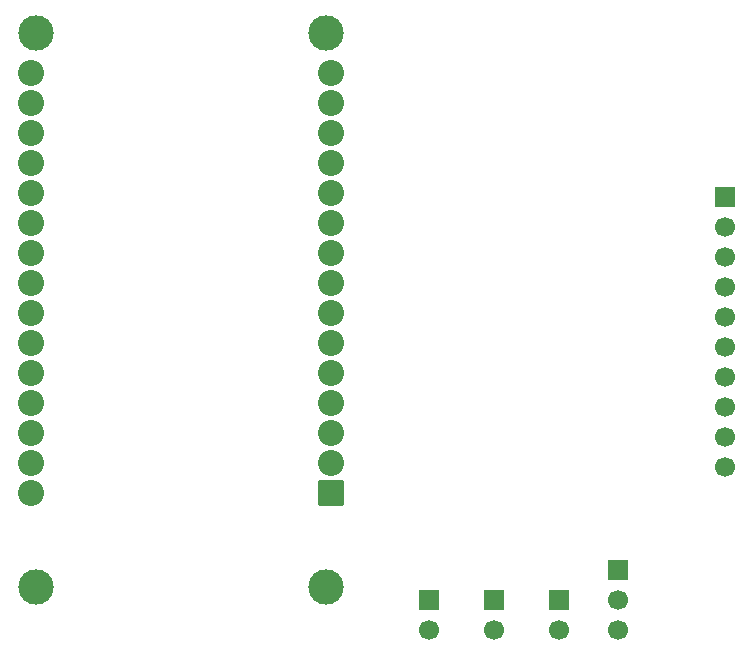
<source format=gbr>
%TF.GenerationSoftware,KiCad,Pcbnew,9.0.1*%
%TF.CreationDate,2025-04-15T18:06:31+09:00*%
%TF.ProjectId,drone,64726f6e-652e-46b6-9963-61645f706362,rev?*%
%TF.SameCoordinates,Original*%
%TF.FileFunction,Soldermask,Bot*%
%TF.FilePolarity,Negative*%
%FSLAX46Y46*%
G04 Gerber Fmt 4.6, Leading zero omitted, Abs format (unit mm)*
G04 Created by KiCad (PCBNEW 9.0.1) date 2025-04-15 18:06:31*
%MOMM*%
%LPD*%
G01*
G04 APERTURE LIST*
G04 Aperture macros list*
%AMRoundRect*
0 Rectangle with rounded corners*
0 $1 Rounding radius*
0 $2 $3 $4 $5 $6 $7 $8 $9 X,Y pos of 4 corners*
0 Add a 4 corners polygon primitive as box body*
4,1,4,$2,$3,$4,$5,$6,$7,$8,$9,$2,$3,0*
0 Add four circle primitives for the rounded corners*
1,1,$1+$1,$2,$3*
1,1,$1+$1,$4,$5*
1,1,$1+$1,$6,$7*
1,1,$1+$1,$8,$9*
0 Add four rect primitives between the rounded corners*
20,1,$1+$1,$2,$3,$4,$5,0*
20,1,$1+$1,$4,$5,$6,$7,0*
20,1,$1+$1,$6,$7,$8,$9,0*
20,1,$1+$1,$8,$9,$2,$3,0*%
G04 Aperture macros list end*
%ADD10R,1.700000X1.700000*%
%ADD11C,1.700000*%
%ADD12C,3.000000*%
%ADD13RoundRect,0.102000X1.000000X1.000000X-1.000000X1.000000X-1.000000X-1.000000X1.000000X-1.000000X0*%
%ADD14C,2.204000*%
G04 APERTURE END LIST*
D10*
%TO.C,U1*%
X174500000Y-65840000D03*
D11*
X174500000Y-68380000D03*
X174500000Y-70920000D03*
X174500000Y-73460000D03*
X174500000Y-76000000D03*
X174500000Y-78540000D03*
X174500000Y-81080000D03*
X174500000Y-83620000D03*
X174500000Y-86160000D03*
X174500000Y-88700000D03*
%TD*%
D10*
%TO.C,ESC4*%
X165500000Y-97460000D03*
D11*
X165500000Y-100000000D03*
X165500000Y-102540000D03*
%TD*%
D10*
%TO.C,ESC1*%
X149500000Y-99960000D03*
D11*
X149500000Y-102500000D03*
%TD*%
D10*
%TO.C,ESC2*%
X155000000Y-100000000D03*
D11*
X155000000Y-102540000D03*
%TD*%
D12*
%TO.C,U2*%
X140755000Y-98910000D03*
X140755000Y-51960000D03*
X116245000Y-98910000D03*
X116245000Y-51960000D03*
D13*
X141175000Y-90950000D03*
D14*
X141175000Y-88410000D03*
X141175000Y-85870000D03*
X141175000Y-83330000D03*
X141175000Y-80790000D03*
X141175000Y-78250000D03*
X141175000Y-75710000D03*
X141175000Y-73170000D03*
X141175000Y-70630000D03*
X141175000Y-68090000D03*
X141175000Y-65550000D03*
X141175000Y-63010000D03*
X141175000Y-60470000D03*
X141175000Y-57930000D03*
X141175000Y-55390000D03*
X115775000Y-55390000D03*
X115775000Y-57930000D03*
X115775000Y-60470000D03*
X115775000Y-63010000D03*
X115775000Y-65550000D03*
X115775000Y-68090000D03*
X115775000Y-70630000D03*
X115775000Y-73170000D03*
X115775000Y-75710000D03*
X115775000Y-78250000D03*
X115775000Y-80790000D03*
X115775000Y-83330000D03*
X115775000Y-85870000D03*
X115775000Y-88410000D03*
X115775000Y-90950000D03*
%TD*%
D10*
%TO.C,ESC3*%
X160500000Y-100000000D03*
D11*
X160500000Y-102540000D03*
%TD*%
M02*

</source>
